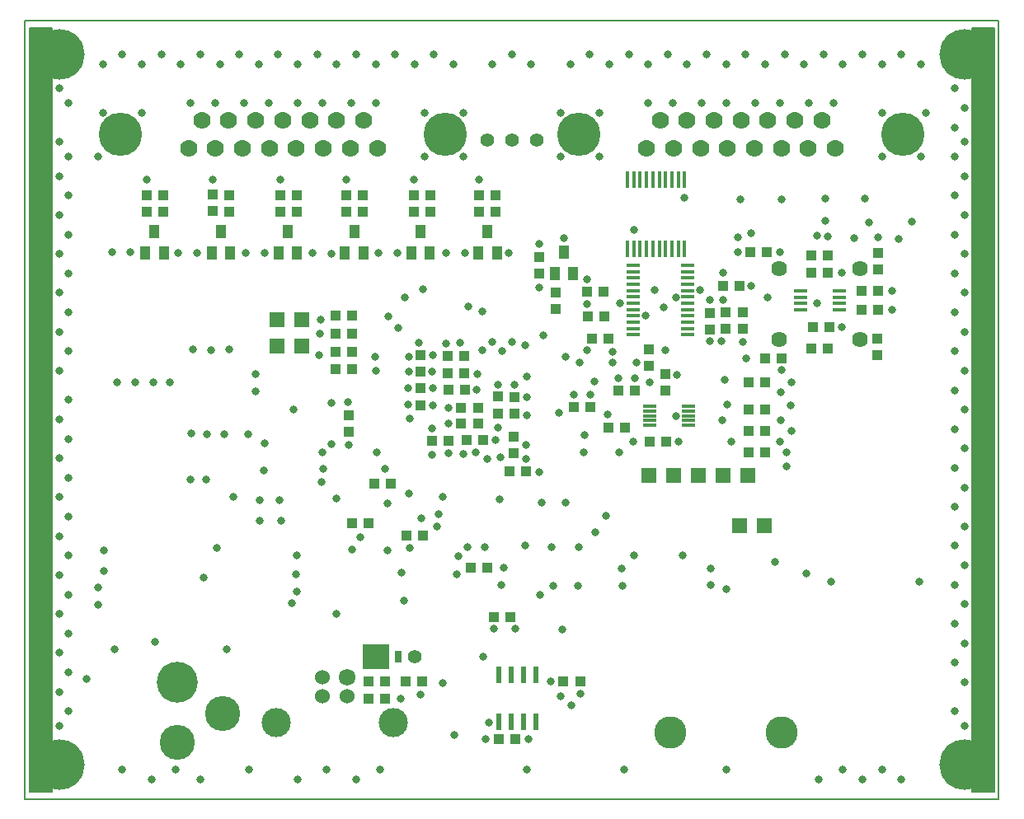
<source format=gbr>
%FSLAX36Y36*%
%MOMM*%
G04 EasyPC Gerber Version 18.0.8 Build 3632 *
%ADD164R,0.45020X1.80020*%
%ADD166R,0.50820X1.67660*%
%ADD153R,0.76220X1.27020*%
%ADD147R,1.00020X1.10020*%
%ADD163R,1.00020X1.40020*%
%ADD156R,1.52420X1.52420*%
%ADD17C,0.12700*%
%ADD145C,0.81300*%
%ADD165C,1.39020*%
%ADD167C,1.42260*%
%ADD158C,1.52420*%
%ADD151C,1.62420*%
%ADD157C,1.72020*%
%ADD154C,1.77820*%
%ADD159C,3.00020*%
%ADD162C,3.31020*%
%ADD160C,3.60020*%
%ADD161C,4.20020*%
%ADD155C,4.44520*%
%ADD148R,1.47340X0.33040*%
%ADD149R,1.47340X0.35580*%
%ADD150R,1.47340X0.38120*%
%ADD146R,1.10020X1.00020*%
%ADD144C,5.20020*%
%ADD152R,2.67020X2.54020*%
X0Y0D02*
D02*
D17*
X42104200Y3347700D02*
X142104200D01*
Y83347700*
X42104200*
Y3347700*
X42604200Y4097700D02*
X44854200D01*
Y82597700*
X42604200*
Y4097700*
G36*
X44854200*
Y82597700*
X42604200*
Y4097700*
G37*
X139354200D02*
X141604200D01*
Y82597700*
X139354200*
Y4097700*
G36*
X141604200*
Y82597700*
X139354200*
Y4097700*
G37*
D02*
D144*
X45604200Y6847700D03*
Y79847700D03*
X138604200Y6847700D03*
Y79847700D03*
D02*
D145*
X45604200Y10847700D03*
Y14347700D03*
Y18347700D03*
Y22347700D03*
Y26347700D03*
Y30347700D03*
Y34347700D03*
Y38347700D03*
Y42347700D03*
Y47347700D03*
Y51347700D03*
Y55347700D03*
Y59347700D03*
Y63347700D03*
Y67347700D03*
Y70847700D03*
Y76347700D03*
X46604200Y12347700D03*
Y16347700D03*
Y20347700D03*
Y24347700D03*
Y28347700D03*
Y32347700D03*
Y36347700D03*
Y40347700D03*
Y44347700D03*
Y49347700D03*
Y53347700D03*
Y57347700D03*
Y61347700D03*
Y65347700D03*
Y69347700D03*
Y74847700D03*
X48454200Y15697700D03*
X49579200Y23272700D03*
Y25047700D03*
X49604200Y69347700D03*
X50104200Y73847700D03*
Y78847700D03*
X50179200Y26797700D03*
X50204200Y28847700D03*
X51054200Y59547700D03*
X51304200Y18747700D03*
X51554200Y46172700D03*
X52104200Y6347700D03*
Y79847700D03*
X52954200Y59547700D03*
X53404200Y46147700D03*
X54104200Y73847700D03*
Y78847700D03*
X54604200Y66947700D03*
X55104200Y5347700D03*
X55254200Y46147700D03*
X55479200Y19497700D03*
X56104200Y79847700D03*
X56954200Y46147700D03*
X57604200Y6347700D03*
X57804200Y59447700D03*
X58104200Y78847700D03*
X59104200Y36197700D03*
Y74847700D03*
X59154200Y40872700D03*
X59354200Y49522700D03*
X59754200Y59447700D03*
X60104200Y5347700D03*
Y79847700D03*
X60454200Y26122700D03*
X60729200Y36147700D03*
X60804200Y40847700D03*
X61229200Y49497700D03*
X61404200Y66947700D03*
X61604200Y74847700D03*
X61779200Y29122700D03*
X62104200Y78847700D03*
X62529200Y40797700D03*
X62804200Y18747700D03*
X63054200Y49522700D03*
X63504200Y34422700D03*
X64104200Y79847700D03*
X64604200Y74847700D03*
X64804200Y59447700D03*
X65029200Y40797700D03*
X65104200Y6347700D03*
X65779200Y45247700D03*
Y46997700D03*
X66104200Y78847700D03*
X66204200Y31897700D03*
Y34072700D03*
X66629200Y37072700D03*
X66679200Y39897700D03*
X66729200Y59447700D03*
X67104200Y74847700D03*
X68104200Y79847700D03*
X68229200Y34072700D03*
X68304200Y66947700D03*
X68379200Y31897700D03*
X69504200Y23422700D03*
X69654200Y43372700D03*
X69929200Y26397700D03*
X69979200Y24672700D03*
X70029200Y28372700D03*
X70104200Y5347700D03*
Y74847700D03*
Y78847700D03*
X71604200Y59447700D03*
X72104200Y79847700D03*
X72329200Y48922700D03*
X72429200Y51147700D03*
X72454200Y52597700D03*
X72579200Y35947700D03*
X72604200Y74847700D03*
X72679200Y38947700D03*
X72704200Y37297700D03*
X73104200Y6347700D03*
X73554200Y59347700D03*
X73579200Y44072700D03*
X73604200Y39772700D03*
X74054200Y34197700D03*
X74104200Y22347700D03*
Y78847700D03*
X75104200Y66947700D03*
X75279200Y44097700D03*
X75354200Y39722700D03*
X75604200Y74847700D03*
X75654200Y28997700D03*
X76104200Y5347700D03*
Y79847700D03*
X76529200Y30247700D03*
X78054200Y48747700D03*
X78104200Y74847700D03*
Y78847700D03*
X78154200Y47347700D03*
X78254200Y38947700D03*
X78404200Y59447700D03*
X78604200Y6347700D03*
X79079200Y37297700D03*
X79354200Y28847700D03*
Y33747700D03*
X79454200Y52947700D03*
X80104200Y79847700D03*
X80304200Y59447700D03*
X80404200Y51747700D03*
X80704200Y13647700D03*
X80804200Y26622700D03*
X81054200Y23747700D03*
X81104200Y54847700D03*
X81479200Y43847700D03*
Y45597700D03*
X81504200Y47247700D03*
X81529200Y48747700D03*
X81554200Y34747700D03*
X81629200Y29097700D03*
X81654200Y42422700D03*
X82004200Y66947700D03*
X82104200Y78847700D03*
X82579200Y50247700D03*
X82704200Y14047700D03*
X82804200Y32147700D03*
X82979200Y55722700D03*
X83104200Y69347700D03*
Y73847700D03*
X83879200Y38722700D03*
Y41397700D03*
X83929200Y47247700D03*
X83954200Y48922700D03*
X83979200Y43822700D03*
Y45522700D03*
X84104200Y79847700D03*
X84432200Y31297700D03*
X84604200Y32647700D03*
X84979200Y15247700D03*
Y34422700D03*
X85304200Y50172700D03*
X85354200Y59447700D03*
X85554200Y38847700D03*
X85579200Y41897700D03*
Y43547700D03*
X86104200Y78847700D03*
X86204200Y9947700D03*
X86429200Y26397700D03*
X86579200Y28272700D03*
X86754200Y50197700D03*
X87104200Y38822700D03*
Y69347700D03*
Y73847700D03*
X87254200Y59447700D03*
X87579200Y29247700D03*
X87604200Y53947700D03*
X88429200Y38922700D03*
X88504200Y45372700D03*
X88529200Y46997700D03*
X88704200Y66947700D03*
X89029200Y49497700D03*
X89079200Y53447700D03*
X89167700Y17972700D03*
X89279200Y29197700D03*
X89404200Y9472700D03*
X89579200Y38247700D03*
X89729200Y11222700D03*
X90079200Y50322700D03*
X90104200Y78847700D03*
X90279200Y20797700D03*
X90429200Y40222700D03*
X90679200Y45922700D03*
X90704200Y41522700D03*
X90829200Y34172700D03*
X90904200Y38447700D03*
X90979200Y25347700D03*
X91079200Y49397700D03*
X91229200Y27122700D03*
X91804200Y59447700D03*
X92079200Y50297700D03*
X92104200Y79847700D03*
X92404200Y45922700D03*
X92467700Y20797700D03*
X93504200Y29422700D03*
Y49947700D03*
X93579200Y38247700D03*
Y39747700D03*
X93604200Y6347700D03*
X93629200Y44597700D03*
X93654200Y42747700D03*
X93679200Y46747700D03*
X93779200Y9472700D03*
X94104200Y78847700D03*
X94879200Y36922700D03*
X94904200Y55872700D03*
Y60397700D03*
X94979200Y24297700D03*
X95204200Y33822700D03*
X95317200Y50947700D03*
X96129200Y15397700D03*
X96154200Y29222700D03*
X96329200Y25247700D03*
X96954200Y43022700D03*
X97104200Y13922700D03*
Y69347700D03*
Y73847700D03*
X97304200Y20772700D03*
X97454200Y60972700D03*
X97654200Y33822700D03*
Y48747700D03*
X98104200Y78847700D03*
X98204200Y12997700D03*
X98454200Y44872700D03*
X98929200Y25272700D03*
X99004200Y29247700D03*
X99029200Y48172700D03*
X99104200Y14122700D03*
X99504200Y38997700D03*
X99529200Y40697700D03*
X99779200Y54197700D03*
X99804200Y49422700D03*
X99854200Y56747700D03*
X100104200Y79847700D03*
X100154200Y44922700D03*
X100554200Y46222700D03*
X100629200Y30747700D03*
X101104200Y69347700D03*
Y73847700D03*
X101804200Y32397700D03*
X101954200Y42822700D03*
X102104200Y78847700D03*
X102429200Y49322700D03*
X102454200Y48197700D03*
X103079200Y46597700D03*
X103129200Y38922700D03*
X103179200Y54272700D03*
X103354200Y27047700D03*
X103429200Y25272700D03*
X103604200Y6347700D03*
X104104200Y79847700D03*
X104554200Y40072700D03*
X104629200Y61797700D03*
X104679200Y28397700D03*
X104754200Y46572700D03*
X104904200Y48222700D03*
X105829200Y52972700D03*
X106104200Y74847700D03*
Y78847700D03*
X106279200Y46122700D03*
X106729200Y55597700D03*
X107704200Y53822700D03*
X107879200Y49447700D03*
X108104200Y79847700D03*
X108604200Y74847700D03*
X108929200Y42722700D03*
Y54897700D03*
X109054200Y46947700D03*
X109254200Y40072700D03*
X109629200Y28372700D03*
X109829200Y65097700D03*
X110104200Y78847700D03*
X111454200Y55597700D03*
X111604200Y74847700D03*
X112104200Y79847700D03*
X112404200Y50347700D03*
X112429200Y54597700D03*
X112529200Y25347700D03*
Y26997700D03*
X113629200Y50372700D03*
X113729200Y42272700D03*
X113754200Y54597700D03*
Y57397700D03*
X113979200Y46397700D03*
X114104200Y6347700D03*
Y74847700D03*
Y78847700D03*
X114154200Y24897700D03*
X114204200Y43897700D03*
X114654200Y40097700D03*
X115329200Y61047700D03*
X115354200Y59547700D03*
X115554200Y64947700D03*
X115804200Y50322700D03*
X116104200Y79847700D03*
X116154200Y48597700D03*
X116704200Y56047700D03*
Y61472700D03*
X117104200Y74847700D03*
X118104200Y78847700D03*
X118329200Y54897700D03*
X119154200Y27672700D03*
X119604200Y40097700D03*
Y74847700D03*
X119654200Y59522700D03*
X119729200Y42297700D03*
Y45172700D03*
X119804200Y47397700D03*
Y64947700D03*
X120104200Y79847700D03*
X120304200Y37497700D03*
Y38972700D03*
X120704200Y43772700D03*
X120829200Y41172700D03*
Y46147700D03*
X122104200Y78847700D03*
X122304200Y26522700D03*
X122604200Y74847700D03*
X123404200Y61197700D03*
X123429200Y54247700D03*
X123604200Y5347700D03*
X124104200Y79847700D03*
X124254200Y64997700D03*
X124279200Y62747700D03*
X124579200Y61172700D03*
X124854200Y25622700D03*
X125104200Y74847700D03*
X125979200Y51797700D03*
Y57397700D03*
X126104200Y6347700D03*
Y78847700D03*
X127279200Y60997700D03*
X128104200Y5347700D03*
Y79847700D03*
X128354200Y64997700D03*
X128779200Y62597700D03*
X129729200Y61047700D03*
X130104200Y6347700D03*
Y69347700D03*
Y73847700D03*
Y78847700D03*
X131154200Y53622700D03*
Y55547700D03*
X131854200Y60847700D03*
X132104200Y5347700D03*
Y79847700D03*
X133154200Y62622700D03*
X133954200Y25697700D03*
X134104200Y69347700D03*
Y78847700D03*
X134604200Y73847700D03*
X137604200Y12347700D03*
Y17347700D03*
Y21347700D03*
Y25347700D03*
Y29347700D03*
Y33347700D03*
Y37347700D03*
Y41347700D03*
Y45347700D03*
Y49347700D03*
Y53347700D03*
Y57347700D03*
Y61347700D03*
Y65347700D03*
Y69347700D03*
Y72347700D03*
Y76347700D03*
X138604200Y10847700D03*
Y15347700D03*
Y19347700D03*
Y23347700D03*
Y27347700D03*
Y31347700D03*
Y35347700D03*
Y39347700D03*
Y43347700D03*
Y47347700D03*
Y51347700D03*
Y55347700D03*
Y59347700D03*
Y63347700D03*
Y67347700D03*
Y70847700D03*
Y74347700D03*
D02*
D146*
X73979200Y51147700D03*
Y52972700D03*
X74004200Y47497700D03*
Y49322700D03*
X75654200Y31697700D03*
X75679200Y51147700D03*
Y52972700D03*
X75704200Y47497700D03*
Y49322700D03*
X77354200Y13647700D03*
Y15447700D03*
Y31697700D03*
X77979200Y35772700D03*
X79054200Y13647700D03*
Y15447700D03*
X79679200Y35772700D03*
X81154200Y15447700D03*
X81304200Y30422700D03*
X82854200Y15447700D03*
X83004200Y30422700D03*
X83879200Y40147700D03*
X85529200Y47047700D03*
Y48897700D03*
X85554200Y45397700D03*
X85579200Y40147700D03*
X86904200Y41922700D03*
Y43547700D03*
X87229200Y47047700D03*
Y48897700D03*
X87254200Y45397700D03*
X87429200Y40222700D03*
X87904200Y27122700D03*
X88604200Y41922700D03*
Y43547700D03*
X89129200Y40222700D03*
X89604200Y27122700D03*
X90279200Y22047700D03*
X90754200Y9472700D03*
X91879200Y36997700D03*
X91979200Y22047700D03*
X92454200Y9472700D03*
X93579200Y36997700D03*
X97404200Y15397700D03*
X98454200Y43622700D03*
X99104200Y15397700D03*
X99854200Y55472700D03*
X99904200Y52897700D03*
X100154200Y43622700D03*
X100354200Y50672700D03*
X101554200Y55472700D03*
X101604200Y52897700D03*
X102054200Y41497700D03*
Y50672700D03*
X103054200Y45347700D03*
X103754200Y41497700D03*
X104754200Y45347700D03*
X106229200Y40072700D03*
X107929200D03*
X113754200Y56047700D03*
X115454200D03*
X116379200Y46147700D03*
X116429200Y38972700D03*
Y41172700D03*
Y43372700D03*
X116604200Y59547700D03*
X118079200Y46147700D03*
X118104200Y48622700D03*
X118129200Y38972700D03*
Y41172700D03*
Y43372700D03*
X118304200Y59547700D03*
X119804200Y48622700D03*
X122854200Y57397700D03*
X122879200Y49597700D03*
Y59172700D03*
X123004200Y51797700D03*
X124554200Y57397700D03*
X124579200Y49597700D03*
Y59172700D03*
X124704200Y51797700D03*
X127979200Y53622700D03*
X128004200Y55547700D03*
X129679200Y53622700D03*
X129704200Y55547700D03*
D02*
D147*
X54604200Y63697700D03*
Y65397700D03*
X56304200Y63697700D03*
Y65397700D03*
X61404200Y63747700D03*
Y65447700D03*
X63104200Y63697700D03*
Y65397700D03*
X68304200Y63697700D03*
Y65397700D03*
X70004200Y63697700D03*
Y65397700D03*
X75104200Y63697700D03*
Y65397700D03*
X75354200Y41047700D03*
Y42747700D03*
X76804200Y63697700D03*
Y65397700D03*
X82004200Y63697700D03*
Y65397700D03*
X82704200Y43822700D03*
Y45522700D03*
X82729200Y47247700D03*
Y48947700D03*
X83704200Y63697700D03*
Y65397700D03*
X88704200Y63697700D03*
Y65397700D03*
X90404200Y63697700D03*
Y65397700D03*
X90679200Y42972700D03*
Y44672700D03*
X92279200Y38897700D03*
Y40597700D03*
X92404200Y42947700D03*
Y44647700D03*
X94904200Y57297700D03*
Y58997700D03*
X96629200Y53647700D03*
Y55347700D03*
X106179200Y47847700D03*
Y49547700D03*
X107854200Y45272700D03*
Y46972700D03*
X112404200Y51597700D03*
Y53297700D03*
X114079200Y51622700D03*
Y53322700D03*
X115804200Y51672700D03*
Y53372700D03*
X129654200Y48972700D03*
Y50672700D03*
X129704200Y57772700D03*
Y59472700D03*
D02*
D148*
X106235300Y41722700D03*
Y42222700D03*
Y42722700D03*
Y43222700D03*
Y43722700D03*
X110223100Y41722700D03*
Y42222700D03*
Y42722700D03*
Y43222700D03*
Y43722700D03*
D02*
D149*
X104534800Y51022700D03*
Y51672700D03*
Y52322700D03*
Y52972700D03*
Y53622700D03*
Y54272700D03*
Y54922700D03*
Y55572700D03*
Y56222700D03*
Y56872700D03*
Y57522700D03*
Y58172700D03*
X110173600Y51022700D03*
Y51672700D03*
Y52322700D03*
Y52972700D03*
Y53622700D03*
Y54272700D03*
Y54922700D03*
Y55572700D03*
Y56222700D03*
Y56872700D03*
Y57522700D03*
Y58172700D03*
D02*
D150*
X121760300Y53597700D03*
Y54247700D03*
Y54897700D03*
Y55547700D03*
X125748100Y53597700D03*
Y54247700D03*
Y54897700D03*
Y55547700D03*
D02*
D151*
X119579200Y50597700D03*
Y57847700D03*
X127829200Y50597700D03*
Y57847700D03*
D02*
D152*
X78104200Y17947700D03*
D02*
D153*
X80455200D03*
D02*
D154*
X58886200Y70202900D03*
X60271200Y73047700D03*
X61656200Y70202900D03*
X63001000Y73047700D03*
X64426200Y70202900D03*
X65811200Y73047700D03*
X67196200Y70202900D03*
X68581200Y73047700D03*
X69966200Y70202900D03*
X71351200Y73047700D03*
X72736200Y70202900D03*
X74121200Y73047700D03*
X75506200Y70202900D03*
X76891200Y73047700D03*
X78276200Y70202900D03*
X105932200D03*
X107317200Y73047700D03*
X108702200Y70202900D03*
X110047000Y73047700D03*
X111472200Y70202900D03*
X112857200Y73047700D03*
X114242200Y70202900D03*
X115627200Y73047700D03*
X117012200Y70202900D03*
X118397200Y73047700D03*
X119782200Y70202900D03*
X121167200Y73047700D03*
X122552200Y70202900D03*
X123937200Y73047700D03*
X125322200Y70202900D03*
D02*
D155*
X51931200Y71625300D03*
X85231200D03*
X98977200D03*
X132277200D03*
D02*
D156*
X67954200Y49872700D03*
Y52547700D03*
X70494200Y49872700D03*
Y52547700D03*
X106144200Y36572700D03*
X108684200D03*
X111224200D03*
X113764200D03*
X115479200Y31422700D03*
X116304200Y36572700D03*
X118019200Y31422700D03*
D02*
D157*
X75181200Y15872700D03*
D02*
D158*
X72681200Y13872700D03*
Y15872700D03*
X75181200Y13872700D03*
D02*
D159*
X67911200Y11162700D03*
X79951200D03*
D02*
D160*
X57732600Y9122700D03*
X62432600Y12122700D03*
D02*
D161*
X57732600Y15322700D03*
D02*
D162*
X108382700Y10137700D03*
X119812700D03*
D02*
D163*
X54454200Y59447700D03*
X55404200Y61647700D03*
X56354200Y59447700D03*
X61254200D03*
X62204200Y61647700D03*
X63154200Y59447700D03*
X68154200D03*
X69104200Y61647700D03*
X70054200Y59447700D03*
X74954200D03*
X75904200Y61647700D03*
X76854200Y59447700D03*
X81754200D03*
X82704200Y61647700D03*
X83654200Y59447700D03*
X88654200D03*
X89604200Y61647700D03*
X90554200Y59447700D03*
X96504200Y57347700D03*
X97454200Y59547700D03*
X98404200Y57347700D03*
D02*
D164*
X103979200Y59897700D03*
Y66997700D03*
X104629200Y59897700D03*
Y66997700D03*
X105279200Y59897700D03*
Y66997700D03*
X105929200Y59897700D03*
Y66997700D03*
X106579200Y59897700D03*
Y66997700D03*
X107229200Y59897700D03*
Y66997700D03*
X107879200Y59897700D03*
Y66997700D03*
X108529200Y59897700D03*
Y66997700D03*
X109179200Y59897700D03*
Y66997700D03*
X109829200Y59897700D03*
Y66997700D03*
D02*
D165*
X89577800Y71047700D03*
X92117800D03*
X94657800D03*
D02*
D166*
X90749200Y11234700D03*
Y16060700D03*
X92019200Y11234700D03*
Y16060700D03*
X93289200Y11234700D03*
Y16060700D03*
X94559200Y11234700D03*
Y16060700D03*
D02*
D167*
X82104200Y17947700D03*
X0Y0D02*
M02*

</source>
